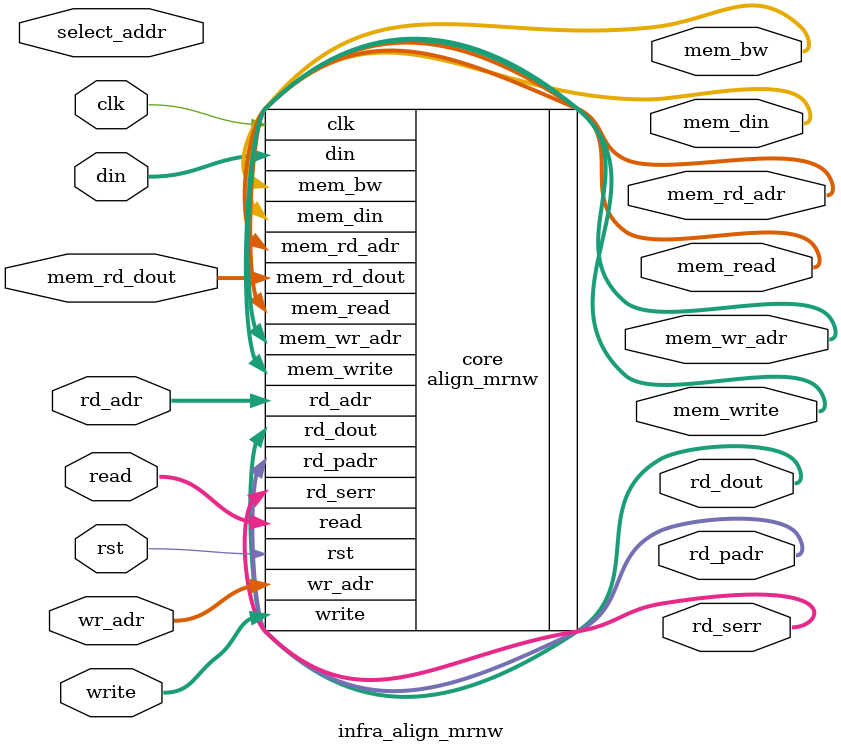
<source format=v>
module infra_align_mrnw (write, wr_adr, din, read, rd_adr, rd_dout, rd_serr, rd_padr,
	                 mem_write, mem_wr_adr, mem_bw, mem_din, mem_read, mem_rd_adr, mem_rd_dout,
		         clk, rst,
		         select_addr);

  parameter WIDTH = 32;
  parameter PARITY = 1;
  parameter NUMRDPT = 2;
  parameter NUMWRPT = 2;
  parameter NUMADDR = 1024;
  parameter BITADDR = 10;
  parameter NUMWRDS = 4;
  parameter BITWRDS = 2;
  parameter NUMSROW = 256;
  parameter BITSROW = 8;
  parameter BITPADR = 10;
  parameter SRAM_DELAY = 2;
  parameter FLOPMEM = 0;

  parameter MEMWDTH = WIDTH+PARITY;

  input [NUMWRPT-1:0] write;
  input [NUMWRPT*BITADDR-1:0] wr_adr;
  input [NUMWRPT*WIDTH-1:0] din;

  input [NUMRDPT-1:0] read;
  input [NUMRDPT*BITADDR-1:0] rd_adr;
  output [NUMRDPT*WIDTH-1:0] rd_dout;
  output [NUMRDPT-1:0] rd_serr;
  output [NUMRDPT*BITPADR-1:0] rd_padr;

  output [NUMWRPT-1:0] mem_write;
  output [NUMWRPT*BITSROW-1:0] mem_wr_adr;
  output [NUMWRPT*NUMWRDS*MEMWDTH-1:0] mem_bw;
  output [NUMWRPT*NUMWRDS*MEMWDTH-1:0] mem_din;

  output [NUMRDPT-1:0] mem_read;
  output [NUMRDPT*BITSROW-1:0] mem_rd_adr;
  input [NUMRDPT*NUMWRDS*MEMWDTH-1:0] mem_rd_dout;

  input clk;
  input rst;

  input [BITADDR-1:0] select_addr;

  align_mrnw #(.WIDTH (WIDTH), .PARITY (PARITY), .NUMRDPT (NUMRDPT), .NUMWRPT (NUMWRPT), .NUMADDR (NUMADDR), .BITADDR (BITADDR),
               .NUMWRDS (NUMWRDS), .BITWRDS (BITWRDS), .NUMSROW (NUMSROW), .BITSROW (BITSROW), .BITPADR (BITPADR),
               .SRAM_DELAY (SRAM_DELAY), .FLOPMEM (FLOPMEM))
    core (.write (write), .wr_adr (wr_adr), .din (din),
          .read (read), .rd_adr (rd_adr), .rd_dout (rd_dout), .rd_serr (rd_serr), .rd_padr (rd_padr),
          .mem_write (mem_write), .mem_wr_adr (mem_wr_adr), .mem_bw (mem_bw), .mem_din (mem_din),
          .mem_read (mem_read), .mem_rd_adr (mem_rd_adr), .mem_rd_dout (mem_rd_dout),
          .clk (clk), .rst (rst));

`ifdef FORMAL
assume_select_addr_range: assume property (@(posedge clk) disable iff (rst) (select_addr < NUMADDR));
assume_select_addr_stable: assume property (@(posedge clk) disable iff (rst) $stable(select_addr));

ip_top_sva_align_mrnw #(
     .WIDTH       (WIDTH),
     .PARITY      (PARITY),
     .NUMRDPT     (NUMRDPT),
     .NUMWRPT     (NUMWRPT),
     .NUMADDR     (NUMADDR),
     .BITADDR     (BITADDR),
     .NUMWRDS     (NUMWRDS),
     .BITWRDS     (BITWRDS),
     .NUMSROW     (NUMSROW),
     .BITSROW     (BITSROW),
     .SRAM_DELAY  (SRAM_DELAY),
     .FLOPMEM     (FLOPMEM))
ip_top_sva (.*);

ip_top_sva_2_align_mrnw #(
     .NUMADDR     (NUMADDR),
     .BITADDR     (BITADDR),
     .NUMRDPT     (NUMRDPT),
     .NUMWRPT     (NUMWRPT),
     .NUMSROW     (NUMSROW),
     .BITSROW     (BITSROW))
ip_top_sva_2 (.*);

`elsif SIM_SVA

genvar sva_int;
// generate for (sva_int=0; sva_int<WIDTH; sva_int=sva_int+1) begin
generate for (sva_int=0; sva_int<1; sva_int=sva_int+1) begin: sva_loop
  wire [BITADDR-1:0] help_addr = sva_int;
ip_top_sva_align_mrnw #(
     .WIDTH       (WIDTH),
     .PARITY      (PARITY),
     .NUMRDPT     (NUMRDPT),
     .NUMWRPT     (NUMWRPT),
     .NUMADDR     (NUMADDR),
     .BITADDR     (BITADDR),
     .NUMWRDS     (NUMWRDS),
     .BITWRDS     (BITWRDS),
     .NUMSROW     (NUMSROW),
     .BITSROW     (BITSROW),
     .SRAM_DELAY  (SRAM_DELAY),
     .FLOPMEM     (FLOPMEM))
ip_top_sva (.select_addr(help_addr), .*);
end
endgenerate

ip_top_sva_2_align_mrnw #(
     .NUMADDR     (NUMADDR),
     .BITADDR     (BITADDR),
     .NUMRDPT     (NUMRDPT),
     .NUMWRPT     (NUMWRPT),
     .NUMSROW     (NUMSROW),
     .BITSROW     (BITSROW))
ip_top_sva_2 (.*);

`endif

endmodule

</source>
